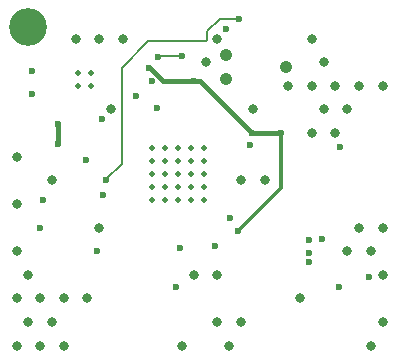
<source format=gbr>
%TF.GenerationSoftware,Altium Limited,Altium Designer,23.4.1 (23)*%
G04 Layer_Physical_Order=4*
G04 Layer_Color=16711680*
%FSLAX45Y45*%
%MOMM*%
%TF.SameCoordinates,E9D3CAE9-A23F-4039-930E-E97F2D72BBB1*%
%TF.FilePolarity,Positive*%
%TF.FileFunction,Copper,L4,Bot,Signal*%
%TF.Part,Single*%
G01*
G75*
%TA.AperFunction,Conductor*%
%ADD10C,0.20000*%
%ADD35C,0.40000*%
%ADD37C,0.30000*%
%TA.AperFunction,ComponentPad*%
%ADD41C,3.20000*%
%ADD42C,1.06700*%
%TA.AperFunction,ViaPad*%
%ADD43C,0.80000*%
%ADD44C,0.60000*%
%ADD45C,0.50000*%
D10*
X8600000Y8647500D02*
X8601250Y8648750D01*
X8798750D02*
X8800000Y8650000D01*
X8601250Y8648750D02*
X8798750D01*
X8290000Y7737102D02*
Y8552500D01*
X8516371Y8778870D02*
X9002007D01*
X8290000Y8552500D02*
X8516371Y8778870D01*
X9013723Y8790586D02*
Y8863723D01*
X9002007Y8778870D02*
X9013723Y8790586D01*
X8160465Y7607567D02*
X8290000Y7737102D01*
X9013723Y8863723D02*
X9120000Y8970000D01*
X9280000D01*
X8157898Y7607567D02*
X8160465D01*
X8157898Y7605000D02*
Y7607567D01*
D35*
X8529969Y8552943D02*
X8637912Y8445000D01*
X8905000D01*
X8524557Y8552943D02*
X8529969D01*
X8953827Y8441173D02*
X9395000Y8000000D01*
X8908827Y8441173D02*
X8953827D01*
X8905000Y8445000D02*
X8908827Y8441173D01*
X9637500Y8000000D02*
X9640000Y7997500D01*
X9395000Y8000000D02*
X9637500D01*
X7751250Y7911250D02*
Y8073750D01*
X7750000Y7910000D02*
X7751250Y7911250D01*
Y8073750D02*
X7752500Y8075000D01*
D37*
X9277500Y7175000D02*
X9640000Y7537500D01*
Y7997500D01*
D41*
X7500000Y8900000D02*
D03*
D42*
X9176000Y8663100D02*
D03*
Y8459900D02*
D03*
X9684000Y8561500D02*
D03*
D43*
X10500006Y8400005D02*
D03*
Y7200004D02*
D03*
X10400006Y7000004D02*
D03*
X10500006Y6800004D02*
D03*
Y6400003D02*
D03*
X10400006Y6200003D02*
D03*
X10300006Y8400005D02*
D03*
X10200006Y8200004D02*
D03*
X10300006Y7200004D02*
D03*
X10200006Y7000004D02*
D03*
X10000005Y8600005D02*
D03*
X10100005Y8400005D02*
D03*
X10000005Y8200004D02*
D03*
X10100005Y8000004D02*
D03*
X9900005Y8800005D02*
D03*
Y8400005D02*
D03*
Y8000004D02*
D03*
X9800005Y6600004D02*
D03*
X9700005Y8400005D02*
D03*
X9400005Y8200004D02*
D03*
X9500005Y7600004D02*
D03*
X9300005D02*
D03*
Y6400003D02*
D03*
X9200005Y6200003D02*
D03*
X9100005Y8800005D02*
D03*
X9000005Y8600005D02*
D03*
X9100005Y6800004D02*
D03*
Y6400003D02*
D03*
X8900005Y6800004D02*
D03*
X8800005Y6200003D02*
D03*
X8300004Y8800005D02*
D03*
X8200004Y8200004D02*
D03*
X8100004Y8800005D02*
D03*
Y7200004D02*
D03*
X8000004Y6600004D02*
D03*
X7900004Y8800005D02*
D03*
X7800004Y6600004D02*
D03*
Y6200003D02*
D03*
X7700004Y7600004D02*
D03*
X7600004Y6600004D02*
D03*
X7700004Y6400003D02*
D03*
X7600004Y6200003D02*
D03*
X7400004Y7800004D02*
D03*
Y7400004D02*
D03*
Y7000004D02*
D03*
X7500004Y6800004D02*
D03*
X7400004Y6600004D02*
D03*
X7500004Y6400003D02*
D03*
X7400004Y6200003D02*
D03*
D44*
X8543208Y8440709D02*
D03*
X8600000Y8647500D02*
D03*
X8800000Y8650000D02*
D03*
X8411397Y8311103D02*
D03*
X8590000Y8212500D02*
D03*
X8905000Y8445000D02*
D03*
X8524557Y8552943D02*
D03*
X9277500Y7175000D02*
D03*
X9640000Y7997500D02*
D03*
X9395000Y8000000D02*
D03*
X8120000Y8122500D02*
D03*
X7752500Y8075000D02*
D03*
X7750000Y7910000D02*
D03*
X9080000Y7042500D02*
D03*
X9877500Y6982500D02*
D03*
X9982500Y7100000D02*
D03*
X8750000Y6695000D02*
D03*
X8780000Y7030000D02*
D03*
X9177500Y8885000D02*
D03*
X7987500Y7775000D02*
D03*
X8132500Y7477500D02*
D03*
X7627500Y7435000D02*
D03*
X7600000Y7195000D02*
D03*
X8085000Y7005000D02*
D03*
X9205000Y7282500D02*
D03*
X10380000Y6782500D02*
D03*
X10132500Y6695000D02*
D03*
X9877500Y6905000D02*
D03*
X9872500Y7097500D02*
D03*
X10135000Y7880000D02*
D03*
X9372500Y7902500D02*
D03*
X7531250Y8328750D02*
D03*
X7527500Y8525000D02*
D03*
X9280000Y8970000D02*
D03*
X8157898Y7605000D02*
D03*
D45*
X8032500Y8505000D02*
D03*
Y8395000D02*
D03*
X7922500D02*
D03*
Y8505000D02*
D03*
X8990000Y7430000D02*
D03*
X8880000D02*
D03*
X8770000D02*
D03*
X8660000D02*
D03*
X8550000D02*
D03*
X8990000Y7540000D02*
D03*
X8880000D02*
D03*
X8770000D02*
D03*
X8660000D02*
D03*
X8550000D02*
D03*
X8990000Y7650000D02*
D03*
X8880000D02*
D03*
X8770000D02*
D03*
X8660000D02*
D03*
X8550000D02*
D03*
X8990000Y7760000D02*
D03*
X8880000D02*
D03*
X8770000D02*
D03*
X8660000D02*
D03*
X8550000D02*
D03*
X8990000Y7870000D02*
D03*
X8880000D02*
D03*
X8770000D02*
D03*
X8660000D02*
D03*
X8550000D02*
D03*
%TF.MD5,5c91c94b19e38215c5b328b994bfdaa9*%
M02*

</source>
